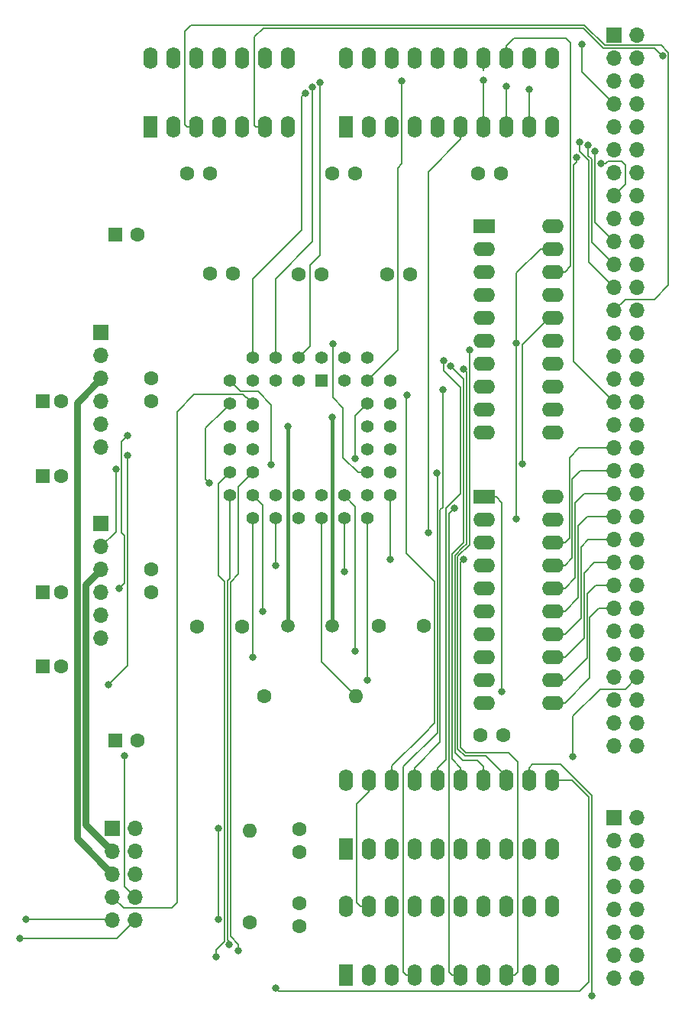
<source format=gbr>
G04 #@! TF.GenerationSoftware,KiCad,Pcbnew,(5.1.5-0-10_14)*
G04 #@! TF.CreationDate,2021-06-26T01:10:47+01:00*
G04 #@! TF.ProjectId,mc68681-basic,6d633638-3638-4312-9d62-617369632e6b,rev?*
G04 #@! TF.SameCoordinates,Original*
G04 #@! TF.FileFunction,Copper,L1,Top*
G04 #@! TF.FilePolarity,Positive*
%FSLAX46Y46*%
G04 Gerber Fmt 4.6, Leading zero omitted, Abs format (unit mm)*
G04 Created by KiCad (PCBNEW (5.1.5-0-10_14)) date 2021-06-26 01:10:47*
%MOMM*%
%LPD*%
G04 APERTURE LIST*
%ADD10C,1.600000*%
%ADD11R,1.600000X1.600000*%
%ADD12O,1.600000X2.400000*%
%ADD13R,1.600000X2.400000*%
%ADD14C,1.500000*%
%ADD15O,1.700000X1.700000*%
%ADD16R,1.700000X1.700000*%
%ADD17O,1.600000X1.600000*%
%ADD18C,1.422400*%
%ADD19R,1.422400X1.422400*%
%ADD20C,1.600200*%
%ADD21O,2.400000X1.600000*%
%ADD22R,2.400000X1.600000*%
%ADD23C,0.800000*%
%ADD24C,0.400000*%
%ADD25C,0.150000*%
%ADD26C,0.800000*%
G04 APERTURE END LIST*
D10*
X57098000Y-89460000D03*
D11*
X55098000Y-89460000D03*
D10*
X57098000Y-118828000D03*
D11*
X55098000Y-118828000D03*
D10*
X57098000Y-110620000D03*
D11*
X55098000Y-110620000D03*
D10*
X57098000Y-97690000D03*
D11*
X55098000Y-97690000D03*
D10*
X97350000Y-114340000D03*
X92350000Y-114340000D03*
X77160000Y-114360000D03*
X72160000Y-114360000D03*
D12*
X88700000Y-51430000D03*
X111560000Y-59050000D03*
X91240000Y-51430000D03*
X109020000Y-59050000D03*
X93780000Y-51430000D03*
X106480000Y-59050000D03*
X96320000Y-51430000D03*
X103940000Y-59050000D03*
X98860000Y-51430000D03*
X101400000Y-59050000D03*
X101400000Y-51430000D03*
X98860000Y-59050000D03*
X103940000Y-51430000D03*
X96320000Y-59050000D03*
X106480000Y-51430000D03*
X93780000Y-59050000D03*
X109020000Y-51430000D03*
X91240000Y-59050000D03*
X111560000Y-51430000D03*
D13*
X88700000Y-59050000D03*
D14*
X87150000Y-114340000D03*
X82270000Y-114340000D03*
D15*
X65360000Y-146890000D03*
X62820000Y-146890000D03*
X65360000Y-144350000D03*
X62820000Y-144350000D03*
X65360000Y-141810000D03*
X62820000Y-141810000D03*
X65360000Y-139270000D03*
X62820000Y-139270000D03*
X65360000Y-136730000D03*
D16*
X62820000Y-136730000D03*
D17*
X89800000Y-122120000D03*
D10*
X79640000Y-122120000D03*
D18*
X93610000Y-87156350D03*
X93610000Y-89696350D03*
X93610000Y-92236350D03*
X93610000Y-94776350D03*
X93610000Y-97316350D03*
X91070000Y-84616350D03*
X91070000Y-89696350D03*
X91070000Y-92236350D03*
X91070000Y-94776350D03*
X91070000Y-97316350D03*
X91070000Y-99856350D03*
X91070000Y-102396350D03*
X88530000Y-102396350D03*
X85990000Y-102396350D03*
X83450000Y-102396350D03*
X80910000Y-102396350D03*
X78370000Y-102396350D03*
X93610000Y-99856350D03*
X88530000Y-99856350D03*
X85990000Y-99856350D03*
X83450000Y-99856350D03*
X80910000Y-99856350D03*
X78370000Y-99856350D03*
X75830000Y-99856350D03*
X75830000Y-97316350D03*
X75830000Y-94776350D03*
X75830000Y-92236350D03*
X75830000Y-89696350D03*
X75830000Y-87156350D03*
X78370000Y-97316350D03*
X78370000Y-94776350D03*
X78370000Y-92236350D03*
X78370000Y-89696350D03*
X78370000Y-87156350D03*
X88530000Y-84616350D03*
X85990000Y-84616350D03*
X78370000Y-84616350D03*
X80910000Y-84616350D03*
X83450000Y-84616350D03*
X91070000Y-87156350D03*
X88530000Y-87156350D03*
X80910000Y-87156350D03*
X83450000Y-87156350D03*
D19*
X85990000Y-87156350D03*
D12*
X88700000Y-131380000D03*
X111560000Y-139000000D03*
X91240000Y-131380000D03*
X109020000Y-139000000D03*
X93780000Y-131380000D03*
X106480000Y-139000000D03*
X96320000Y-131380000D03*
X103940000Y-139000000D03*
X98860000Y-131380000D03*
X101400000Y-139000000D03*
X101400000Y-131380000D03*
X98860000Y-139000000D03*
X103940000Y-131380000D03*
X96320000Y-139000000D03*
X106480000Y-131380000D03*
X93780000Y-139000000D03*
X109020000Y-131380000D03*
X91240000Y-139000000D03*
X111560000Y-131380000D03*
D13*
X88700000Y-139000000D03*
D20*
X93235800Y-75355000D03*
X95775800Y-75355000D03*
X67100000Y-108080000D03*
X67100000Y-110620000D03*
X83450000Y-75355000D03*
X85990000Y-75355000D03*
X103644200Y-126450000D03*
X106184200Y-126450000D03*
X83500000Y-145044200D03*
X83500000Y-147584200D03*
X83500000Y-136815800D03*
X83500000Y-139355800D03*
X67100000Y-86920000D03*
X67100000Y-89460000D03*
X73664200Y-75280000D03*
X76204200Y-75280000D03*
X105904200Y-64175000D03*
X103364200Y-64175000D03*
X71060000Y-64175000D03*
X73600000Y-64175000D03*
X87212100Y-64175000D03*
X89752100Y-64175000D03*
D17*
X78025000Y-137015000D03*
D10*
X78025000Y-147175000D03*
D15*
X61550000Y-115700000D03*
X61550000Y-113160000D03*
X61550000Y-110620000D03*
X61550000Y-108080000D03*
X61550000Y-105540000D03*
D16*
X61550000Y-103000000D03*
D15*
X61550000Y-94540000D03*
X61550000Y-92000000D03*
X61550000Y-89460000D03*
X61550000Y-86920000D03*
X61550000Y-84380000D03*
D16*
X61550000Y-81840000D03*
D15*
X121000000Y-153380000D03*
X118460000Y-153380000D03*
X121000000Y-150840000D03*
X118460000Y-150840000D03*
X121000000Y-148300000D03*
X118460000Y-148300000D03*
X121000000Y-145760000D03*
X118460000Y-145760000D03*
X121000000Y-143220000D03*
X118460000Y-143220000D03*
X121000000Y-140680000D03*
X118460000Y-140680000D03*
X121000000Y-138140000D03*
X118460000Y-138140000D03*
X121000000Y-135600000D03*
D16*
X118460000Y-135600000D03*
D15*
X121000000Y-127640000D03*
X118460000Y-127640000D03*
X121000000Y-125100000D03*
X118460000Y-125100000D03*
X121000000Y-122560000D03*
X118460000Y-122560000D03*
X121000000Y-120020000D03*
X118460000Y-120020000D03*
X121000000Y-117480000D03*
X118460000Y-117480000D03*
X121000000Y-114940000D03*
X118460000Y-114940000D03*
X121000000Y-112400000D03*
X118460000Y-112400000D03*
X121000000Y-109860000D03*
X118460000Y-109860000D03*
X121000000Y-107320000D03*
X118460000Y-107320000D03*
X121000000Y-104780000D03*
X118460000Y-104780000D03*
X121000000Y-102240000D03*
X118460000Y-102240000D03*
X121000000Y-99700000D03*
X118460000Y-99700000D03*
X121000000Y-97160000D03*
X118460000Y-97160000D03*
X121000000Y-94620000D03*
X118460000Y-94620000D03*
X121000000Y-92080000D03*
X118460000Y-92080000D03*
X121000000Y-89540000D03*
X118460000Y-89540000D03*
X121000000Y-87000000D03*
X118460000Y-87000000D03*
X121000000Y-84460000D03*
X118460000Y-84460000D03*
X121000000Y-81920000D03*
X118460000Y-81920000D03*
X121000000Y-79380000D03*
X118460000Y-79380000D03*
X121000000Y-76840000D03*
X118460000Y-76840000D03*
X121000000Y-74300000D03*
X118460000Y-74300000D03*
X121000000Y-71760000D03*
X118460000Y-71760000D03*
X121000000Y-69220000D03*
X118460000Y-69220000D03*
X121000000Y-66680000D03*
X118460000Y-66680000D03*
X121000000Y-64140000D03*
X118460000Y-64140000D03*
X121000000Y-61600000D03*
X118460000Y-61600000D03*
X121000000Y-59060000D03*
X118460000Y-59060000D03*
X121000000Y-56520000D03*
X118460000Y-56520000D03*
X121000000Y-53980000D03*
X118460000Y-53980000D03*
X121000000Y-51440000D03*
X118460000Y-51440000D03*
X121000000Y-48900000D03*
D16*
X118460000Y-48900000D03*
D21*
X111620000Y-70000000D03*
X104000000Y-92860000D03*
X111620000Y-72540000D03*
X104000000Y-90320000D03*
X111620000Y-75080000D03*
X104000000Y-87780000D03*
X111620000Y-77620000D03*
X104000000Y-85240000D03*
X111620000Y-80160000D03*
X104000000Y-82700000D03*
X111620000Y-82700000D03*
X104000000Y-80160000D03*
X111620000Y-85240000D03*
X104000000Y-77620000D03*
X111620000Y-87780000D03*
X104000000Y-75080000D03*
X111620000Y-90320000D03*
X104000000Y-72540000D03*
X111620000Y-92860000D03*
D22*
X104000000Y-70000000D03*
D12*
X67000000Y-51430000D03*
X82240000Y-59050000D03*
X69540000Y-51430000D03*
X79700000Y-59050000D03*
X72080000Y-51430000D03*
X77160000Y-59050000D03*
X74620000Y-51430000D03*
X74620000Y-59050000D03*
X77160000Y-51430000D03*
X72080000Y-59050000D03*
X79700000Y-51430000D03*
X69540000Y-59050000D03*
X82240000Y-51430000D03*
D13*
X67000000Y-59050000D03*
D12*
X88700000Y-145380000D03*
X111560000Y-153000000D03*
X91240000Y-145380000D03*
X109020000Y-153000000D03*
X93780000Y-145380000D03*
X106480000Y-153000000D03*
X96320000Y-145380000D03*
X103940000Y-153000000D03*
X98860000Y-145380000D03*
X101400000Y-153000000D03*
X101400000Y-145380000D03*
X98860000Y-153000000D03*
X103940000Y-145380000D03*
X96320000Y-153000000D03*
X106480000Y-145380000D03*
X93780000Y-153000000D03*
X109020000Y-145380000D03*
X91240000Y-153000000D03*
X111560000Y-145380000D03*
D13*
X88700000Y-153000000D03*
D21*
X111620000Y-100000000D03*
X104000000Y-122860000D03*
X111620000Y-102540000D03*
X104000000Y-120320000D03*
X111620000Y-105080000D03*
X104000000Y-117780000D03*
X111620000Y-107620000D03*
X104000000Y-115240000D03*
X111620000Y-110160000D03*
X104000000Y-112700000D03*
X111620000Y-112700000D03*
X104000000Y-110160000D03*
X111620000Y-115240000D03*
X104000000Y-107620000D03*
X111620000Y-117780000D03*
X104000000Y-105080000D03*
X111620000Y-120320000D03*
X104000000Y-102540000D03*
X111620000Y-122860000D03*
D22*
X104000000Y-100000000D03*
D10*
X65592621Y-127000000D03*
D11*
X63092621Y-127000000D03*
D10*
X65592621Y-71000000D03*
D11*
X63092621Y-71000000D03*
D23*
X87170000Y-91190000D03*
X101738436Y-85905872D03*
X102410000Y-83730000D03*
X80910000Y-107620000D03*
X79470000Y-112690000D03*
X99554903Y-84926493D03*
X78390000Y-117780000D03*
X107572298Y-83022298D03*
X107550000Y-102500000D03*
X75790000Y-149590000D03*
X89700000Y-95740000D03*
X76790000Y-150325000D03*
X74290000Y-150980000D03*
X63199999Y-96970000D03*
X115975000Y-155325000D03*
X64500000Y-95450000D03*
X62397000Y-120794000D03*
X80875000Y-154424990D03*
X64525000Y-93225000D03*
X63588380Y-110202380D03*
X87240000Y-83040000D03*
X98810000Y-97340000D03*
X106000000Y-121575000D03*
X73530000Y-98460000D03*
X100747937Y-101267937D03*
X95470000Y-88767551D03*
X101750030Y-106970000D03*
X93630000Y-106970000D03*
X108222298Y-96387551D03*
X80430000Y-96460000D03*
X91080000Y-120330000D03*
X109020000Y-54875010D03*
X84190000Y-55270000D03*
X89740000Y-117070000D03*
X99460000Y-88120000D03*
X88540000Y-108270000D03*
X106480000Y-54550000D03*
X85006047Y-54625009D03*
X100320000Y-85545149D03*
X97820000Y-103960000D03*
X103930000Y-53900000D03*
X85844796Y-54127889D03*
X74584301Y-146790000D03*
X74570000Y-136730000D03*
X123800000Y-51125000D03*
X114583376Y-60700010D03*
X52560000Y-148910000D03*
X114850000Y-49890000D03*
X115536612Y-61050020D03*
X116300000Y-61725000D03*
X114275000Y-62375020D03*
X116950000Y-63125000D03*
X64170000Y-128730000D03*
X113890000Y-128810000D03*
X94920000Y-53974989D03*
X53200000Y-146860000D03*
X82310000Y-92230000D03*
D24*
X87150000Y-91210000D02*
X87170000Y-91190000D01*
X87150000Y-114340000D02*
X87150000Y-91210000D01*
D25*
X103940000Y-131380000D02*
X103940000Y-130099633D01*
X103940000Y-130099633D02*
X103940000Y-129915000D01*
X103940000Y-129915000D02*
X103225000Y-129200000D01*
X101625000Y-129200000D02*
X100775020Y-128350020D01*
X103225000Y-129200000D02*
X101625000Y-129200000D01*
X100775020Y-128350020D02*
X100775020Y-127700000D01*
X100775020Y-127700000D02*
X100775020Y-116400000D01*
X100775020Y-106515347D02*
X101690368Y-105600000D01*
X100775020Y-116400000D02*
X100775020Y-106515347D01*
X101690368Y-105600000D02*
X102074990Y-105215378D01*
X102074990Y-105215378D02*
X102074990Y-95875000D01*
X102074990Y-95875000D02*
X102074990Y-95859623D01*
X102074990Y-86242426D02*
X101738436Y-85905872D01*
X102074990Y-95875000D02*
X102074990Y-86242426D01*
X106480000Y-130980000D02*
X104225000Y-128725000D01*
X106480000Y-131380000D02*
X106480000Y-130980000D01*
X104225000Y-128725000D02*
X103025000Y-128725000D01*
X101875000Y-128725000D02*
X101100030Y-127950030D01*
X101100030Y-127950030D02*
X101100030Y-116265377D01*
X103025000Y-128725000D02*
X101875000Y-128725000D01*
X101100030Y-116265377D02*
X101100030Y-125525000D01*
X102410000Y-95715000D02*
X102400000Y-95725000D01*
X101100030Y-106649970D02*
X101100030Y-116265377D01*
X102410000Y-105340000D02*
X101100030Y-106649970D01*
X102410000Y-83730000D02*
X102410000Y-105340000D01*
X80910000Y-107620000D02*
X80910000Y-102396350D01*
X79470000Y-100956350D02*
X78370000Y-99856350D01*
X79470000Y-112690000D02*
X79470000Y-100956350D01*
X99799990Y-129090010D02*
X99799990Y-128884623D01*
X98860000Y-130030000D02*
X99799990Y-129090010D01*
X98860000Y-131380000D02*
X98860000Y-130030000D01*
X99799990Y-128884623D02*
X99799990Y-118399990D01*
X99799990Y-101296645D02*
X101424970Y-99671665D01*
X99799990Y-118399990D02*
X99799990Y-101296645D01*
X101424970Y-99671665D02*
X101424970Y-96400000D01*
X101424970Y-96400000D02*
X101424970Y-87894970D01*
X99554903Y-86024903D02*
X99554903Y-84926493D01*
X101424970Y-87894970D02*
X99554903Y-86024903D01*
X78370000Y-104320000D02*
X78370000Y-102396350D01*
X78370000Y-117760000D02*
X78390000Y-117780000D01*
X78370000Y-104320000D02*
X78370000Y-117760000D01*
X110270000Y-72540000D02*
X107572298Y-75237702D01*
X107572298Y-75237702D02*
X107572298Y-83022298D01*
X111620000Y-72540000D02*
X110270000Y-72540000D01*
X107572298Y-102477702D02*
X107550000Y-102500000D01*
X107572298Y-83022298D02*
X107572298Y-102477702D01*
X75790000Y-149380000D02*
X75790000Y-149590000D01*
X75559311Y-149149311D02*
X75790000Y-149380000D01*
X75559311Y-109333458D02*
X75559311Y-149149311D01*
X75830000Y-109062770D02*
X75559311Y-109333458D01*
X75830000Y-99856350D02*
X75830000Y-109062770D01*
X89700000Y-91066350D02*
X91070000Y-89696350D01*
X89700000Y-95740000D02*
X89700000Y-91066350D01*
X76790000Y-149627998D02*
X76790000Y-150325000D01*
X75884321Y-109468081D02*
X75884321Y-148722319D01*
X76791201Y-108561201D02*
X75884321Y-109468081D01*
X76791201Y-98895149D02*
X76791201Y-108561201D01*
X75884321Y-148722319D02*
X76790000Y-149627998D01*
X78370000Y-97316350D02*
X76791201Y-98895149D01*
X74290000Y-150192057D02*
X74290000Y-150980000D01*
X75234301Y-149247756D02*
X74290000Y-150192057D01*
X75830000Y-97316350D02*
X74560000Y-98586350D01*
X75234301Y-109374301D02*
X75234301Y-149247756D01*
X74560000Y-108700000D02*
X75234301Y-109374301D01*
X74560000Y-98586350D02*
X74560000Y-108700000D01*
X61550000Y-105540000D02*
X63199999Y-103890001D01*
X63199999Y-96970000D02*
X63199999Y-103890001D01*
X109020000Y-130030000D02*
X109020000Y-131380000D01*
X109400000Y-129650000D02*
X109020000Y-130030000D01*
X112509633Y-129650000D02*
X109400000Y-129650000D01*
X115975000Y-133115367D02*
X112509633Y-129650000D01*
X115975000Y-155325000D02*
X115975000Y-133115367D01*
X64500000Y-110210000D02*
X64500000Y-95450000D01*
X64500000Y-118691000D02*
X62397000Y-120794000D01*
X64500000Y-110210000D02*
X64500000Y-118691000D01*
X115649990Y-133249990D02*
X113780000Y-131380000D01*
X113780000Y-131380000D02*
X111560000Y-131380000D01*
X114600011Y-154824989D02*
X115649990Y-153775010D01*
X81274999Y-154824989D02*
X114600011Y-154824989D01*
X115649990Y-153775010D02*
X115649990Y-133249990D01*
X80875000Y-154424990D02*
X81274999Y-154824989D01*
X64174990Y-104300000D02*
X63849999Y-103975009D01*
X63849999Y-103975009D02*
X63849999Y-93900001D01*
X63849999Y-93900001D02*
X64525000Y-93225000D01*
X64174990Y-107995010D02*
X64174990Y-104300000D01*
X64174990Y-109615770D02*
X63588380Y-110202380D01*
X64174990Y-107995010D02*
X64174990Y-109615770D01*
X87240000Y-83040000D02*
X87240000Y-89000000D01*
X87240000Y-89000000D02*
X88400000Y-90160000D01*
X88400000Y-95652138D02*
X90064212Y-97316350D01*
X90064212Y-97316350D02*
X91070000Y-97316350D01*
X88400000Y-90160000D02*
X88400000Y-95652138D01*
X77658801Y-88985151D02*
X77616151Y-88985151D01*
X78370000Y-89696350D02*
X77658801Y-88985151D01*
X77296010Y-88665010D02*
X71873990Y-88665010D01*
X77616151Y-88985151D02*
X77296010Y-88665010D01*
X71873990Y-88665010D02*
X69965000Y-90574000D01*
X69965000Y-90574000D02*
X69965000Y-144956000D01*
X69965000Y-144956000D02*
X69361000Y-145560000D01*
X64030000Y-145560000D02*
X62820000Y-144350000D01*
X69361000Y-145560000D02*
X64030000Y-145560000D01*
X95370000Y-153000000D02*
X95050000Y-152680000D01*
X96320000Y-153000000D02*
X95370000Y-153000000D01*
X95050000Y-152680000D02*
X95050000Y-130375000D01*
X95050000Y-130375000D02*
X95050000Y-130150000D01*
X95050000Y-130150000D02*
X95050000Y-129925000D01*
X95050000Y-129925000D02*
X98824960Y-126150040D01*
X98824960Y-126150040D02*
X98824960Y-124350000D01*
X98824960Y-100850040D02*
X98825000Y-100850000D01*
X98824960Y-124350000D02*
X98824960Y-100850040D01*
X98824960Y-97354960D02*
X98810000Y-97340000D01*
X98824960Y-100850040D02*
X98824960Y-97354960D01*
X105350000Y-100000000D02*
X104000000Y-100000000D01*
X106000000Y-100650000D02*
X105350000Y-100000000D01*
X106000000Y-121575000D02*
X106000000Y-100650000D01*
X75118801Y-90407549D02*
X75830000Y-89696350D01*
X73130001Y-92396349D02*
X75118801Y-90407549D01*
X73130001Y-98060001D02*
X73130001Y-92396349D01*
X73530000Y-98460000D02*
X73130001Y-98060001D01*
X100450000Y-153000000D02*
X101400000Y-153000000D01*
X100125000Y-152675000D02*
X100450000Y-153000000D01*
X100125000Y-104400000D02*
X100125000Y-152675000D01*
X100125000Y-104400000D02*
X100125000Y-104124990D01*
X100125000Y-101890874D02*
X100747937Y-101267937D01*
X100125000Y-104124990D02*
X100125000Y-101890874D01*
X93780000Y-131380000D02*
X93780000Y-130030000D01*
X93780000Y-130030000D02*
X93780000Y-129870000D01*
X93780000Y-129870000D02*
X93780000Y-129820000D01*
X93780000Y-129820000D02*
X97300000Y-126300000D01*
X97300000Y-126300000D02*
X98499950Y-125100050D01*
X98499950Y-109389950D02*
X95390000Y-106280000D01*
X98499950Y-125100050D02*
X98499950Y-109389950D01*
X95390000Y-88847551D02*
X95470000Y-88767551D01*
X95390000Y-106280000D02*
X95390000Y-88847551D01*
X107430000Y-153000000D02*
X107775000Y-152655000D01*
X106749990Y-128399990D02*
X102009622Y-128399990D01*
X102009622Y-128399990D02*
X101425040Y-127815408D01*
X107775000Y-152655000D02*
X107775000Y-129425000D01*
X107775000Y-129425000D02*
X106749990Y-128399990D01*
X106480000Y-153000000D02*
X107430000Y-153000000D01*
X101425040Y-127815408D02*
X101425040Y-107299960D01*
X101425040Y-107294990D02*
X101750030Y-106970000D01*
X101425040Y-107299960D02*
X101425040Y-107294990D01*
X93630000Y-99876350D02*
X93610000Y-99856350D01*
X93630000Y-106970000D02*
X93630000Y-99876350D01*
X111220000Y-80160000D02*
X108225000Y-83155000D01*
X111620000Y-80160000D02*
X111220000Y-80160000D01*
X108225000Y-83155000D02*
X108225000Y-95947298D01*
X108225000Y-95947298D02*
X108222298Y-95950000D01*
X108225000Y-96384849D02*
X108222298Y-96387551D01*
X108225000Y-95947298D02*
X108225000Y-96384849D01*
X80430000Y-96460000D02*
X80430000Y-89810000D01*
X80430000Y-89810000D02*
X78960000Y-88340000D01*
X77013650Y-88340000D02*
X75830000Y-87156350D01*
X78960000Y-88340000D02*
X77013650Y-88340000D01*
X91080000Y-102406350D02*
X91070000Y-102396350D01*
X91080000Y-120330000D02*
X91080000Y-102406350D01*
X109020000Y-54875010D02*
X109020000Y-59050000D01*
X83790001Y-55669999D02*
X83790001Y-70489999D01*
X84190000Y-55270000D02*
X83790001Y-55669999D01*
X78370000Y-75910000D02*
X78370000Y-84616350D01*
X83790001Y-70489999D02*
X78370000Y-75910000D01*
X89740000Y-101066350D02*
X88530000Y-99856350D01*
X89740000Y-117070000D02*
X89740000Y-101066350D01*
X96320000Y-130030000D02*
X99149970Y-127200030D01*
X96320000Y-131380000D02*
X96320000Y-130030000D01*
X99149970Y-127200030D02*
X99149970Y-118130744D01*
X99149970Y-101487032D02*
X99475001Y-101162001D01*
X99475001Y-101162001D02*
X99475001Y-100537999D01*
X99149970Y-118130744D02*
X99149970Y-101487032D01*
X99475001Y-88205001D02*
X99380000Y-88110000D01*
X99475001Y-100537999D02*
X99475001Y-88205001D01*
X88540000Y-102406350D02*
X88530000Y-102396350D01*
X88540000Y-108270000D02*
X88540000Y-102406350D01*
X106480000Y-54550000D02*
X106480000Y-59050000D01*
X85006047Y-54625009D02*
X85006047Y-71743953D01*
X80910000Y-75840000D02*
X80910000Y-84616350D01*
X85006047Y-71743953D02*
X80910000Y-75840000D01*
X101400000Y-130030000D02*
X100450010Y-129080010D01*
X101400000Y-131380000D02*
X101400000Y-130030000D01*
X100450010Y-129080010D02*
X100450010Y-128884623D01*
X100450010Y-128884623D02*
X100450010Y-112074990D01*
X100450010Y-106380724D02*
X100755735Y-106075000D01*
X100450010Y-112074990D02*
X100450010Y-106380724D01*
X100755735Y-106075000D02*
X101705736Y-105125000D01*
X101705736Y-105125000D02*
X101749980Y-105080756D01*
X101749980Y-105080756D02*
X101749980Y-96075000D01*
X101749980Y-96075000D02*
X101749980Y-96009623D01*
X101749980Y-96009623D02*
X101749980Y-88050000D01*
X101749980Y-86975129D02*
X100320000Y-85545149D01*
X101749980Y-88050000D02*
X101749980Y-86975129D01*
X101400000Y-60400000D02*
X101400000Y-59050000D01*
X97809990Y-63990010D02*
X101400000Y-60400000D01*
X97809990Y-103949990D02*
X97809990Y-63990010D01*
X97820000Y-103960000D02*
X97809990Y-103949990D01*
X85990000Y-118310000D02*
X89800000Y-122120000D01*
X85990000Y-102396350D02*
X85990000Y-118310000D01*
X104600000Y-58390000D02*
X103940000Y-59050000D01*
X103930000Y-59040000D02*
X103940000Y-59050000D01*
X103930000Y-53900000D02*
X103930000Y-59040000D01*
X84161199Y-83905151D02*
X83450000Y-84616350D01*
X84710000Y-83356350D02*
X84161199Y-83905151D01*
X84710000Y-74370000D02*
X84710000Y-83356350D01*
X85844796Y-73235204D02*
X84710000Y-74370000D01*
X85844796Y-54127889D02*
X85844796Y-73235204D01*
X116700000Y-112400000D02*
X118460000Y-112400000D01*
X115750060Y-120079940D02*
X115750060Y-113349940D01*
X112970000Y-122860000D02*
X115750060Y-120079940D01*
X115750060Y-113349940D02*
X116700000Y-112400000D01*
X111620000Y-122860000D02*
X112970000Y-122860000D01*
X115425050Y-110799950D02*
X116365000Y-109860000D01*
X115425050Y-117864950D02*
X115425050Y-110799950D01*
X116365000Y-109860000D02*
X118460000Y-109860000D01*
X112970000Y-120320000D02*
X115425050Y-117864950D01*
X111620000Y-120320000D02*
X112970000Y-120320000D01*
X112970000Y-117780000D02*
X115100040Y-115649960D01*
X111620000Y-117780000D02*
X112970000Y-117780000D01*
X115100040Y-115649960D02*
X115100040Y-108474960D01*
X116255000Y-107320000D02*
X118460000Y-107320000D01*
X115100040Y-108474960D02*
X116255000Y-107320000D01*
X115570000Y-104780000D02*
X118460000Y-104780000D01*
X114775030Y-105574970D02*
X115570000Y-104780000D01*
X114775030Y-113434970D02*
X114775030Y-105574970D01*
X112970000Y-115240000D02*
X114775030Y-113434970D01*
X111620000Y-115240000D02*
X112970000Y-115240000D01*
X115460000Y-102240000D02*
X118460000Y-102240000D01*
X114450030Y-104978869D02*
X114450030Y-103249970D01*
X114450030Y-103249970D02*
X115460000Y-102240000D01*
X114450020Y-111219980D02*
X114450020Y-104978879D01*
X114450020Y-104978879D02*
X114450030Y-104978869D01*
X112970000Y-112700000D02*
X114450020Y-111219980D01*
X111620000Y-112700000D02*
X112970000Y-112700000D01*
X112970000Y-110160000D02*
X114125010Y-109004990D01*
X111620000Y-110160000D02*
X112970000Y-110160000D01*
X114125010Y-104844256D02*
X114125020Y-104844246D01*
X114125010Y-109004990D02*
X114125010Y-104844256D01*
X114125020Y-104844246D02*
X114125020Y-100674980D01*
X115100000Y-99700000D02*
X118460000Y-99700000D01*
X114125020Y-100674980D02*
X115100000Y-99700000D01*
X112970000Y-107620000D02*
X113800000Y-106790000D01*
X111620000Y-107620000D02*
X112970000Y-107620000D01*
X113800000Y-104709633D02*
X113800010Y-104709623D01*
X113800000Y-106790000D02*
X113800000Y-104709633D01*
X113800010Y-104709623D02*
X113800010Y-98074990D01*
X114715000Y-97160000D02*
X118460000Y-97160000D01*
X113800010Y-98074990D02*
X114715000Y-97160000D01*
X112970000Y-105080000D02*
X113475000Y-104575000D01*
X111620000Y-105080000D02*
X112970000Y-105080000D01*
X113475000Y-104575000D02*
X113475000Y-95700000D01*
X114555000Y-94620000D02*
X118460000Y-94620000D01*
X113475000Y-95700000D02*
X114555000Y-94620000D01*
X91240000Y-132730000D02*
X89900000Y-134070000D01*
X91240000Y-131380000D02*
X91240000Y-132730000D01*
X90290000Y-145380000D02*
X91240000Y-145380000D01*
X89900000Y-144990000D02*
X90290000Y-145380000D01*
X89900000Y-134070000D02*
X89900000Y-144990000D01*
X74584301Y-136744301D02*
X74570000Y-136730000D01*
X74584301Y-146790000D02*
X74584301Y-136744301D01*
X78550000Y-49075000D02*
X79549990Y-48075010D01*
X78750000Y-59050000D02*
X78550000Y-58850000D01*
X78550000Y-58850000D02*
X78550000Y-49125000D01*
X78550000Y-49125000D02*
X78550000Y-49075000D01*
X81775000Y-48075010D02*
X115025376Y-48075010D01*
X79549990Y-48075010D02*
X81775000Y-48075010D01*
X115025376Y-48075010D02*
X117275376Y-50325011D01*
X79700000Y-59050000D02*
X78750000Y-59050000D01*
X122925011Y-50325011D02*
X123725000Y-51125000D01*
X117275376Y-50325011D02*
X122925011Y-50325011D01*
X119715000Y-78125000D02*
X118460000Y-79380000D01*
X71550000Y-47750000D02*
X115159998Y-47750000D01*
X122900000Y-78125000D02*
X119715000Y-78125000D01*
X123637003Y-50000001D02*
X124450001Y-50812999D01*
X124450001Y-76574999D02*
X122900000Y-78125000D01*
X117409999Y-50000001D02*
X123637003Y-50000001D01*
X115159998Y-47750000D02*
X117409999Y-50000001D01*
X124450001Y-50812999D02*
X124450001Y-76574999D01*
X71130000Y-59050000D02*
X70850000Y-58770000D01*
X70850000Y-58770000D02*
X70850000Y-48450000D01*
X70850000Y-48450000D02*
X71550000Y-47750000D01*
X72080000Y-59050000D02*
X71130000Y-59050000D01*
X112970000Y-75080000D02*
X113625000Y-74425000D01*
X111620000Y-75080000D02*
X112970000Y-75080000D01*
X113625000Y-74425000D02*
X113625000Y-49725000D01*
X113625000Y-49725000D02*
X113125000Y-49225000D01*
X107335000Y-49225000D02*
X106480000Y-50080000D01*
X106480000Y-50080000D02*
X106480000Y-51430000D01*
X113125000Y-49225000D02*
X107335000Y-49225000D01*
X115649980Y-74029980D02*
X118460000Y-76840000D01*
X114583376Y-61718019D02*
X115649980Y-62784623D01*
X115649980Y-62784623D02*
X115649980Y-74029980D01*
X114583376Y-60700010D02*
X114583376Y-61718019D01*
X63340000Y-148910000D02*
X52560000Y-148910000D01*
X65360000Y-146890000D02*
X63340000Y-148910000D01*
X114850000Y-52910000D02*
X118460000Y-56520000D01*
X114850000Y-49890000D02*
X114850000Y-52910000D01*
X115974990Y-71814990D02*
X118460000Y-74300000D01*
X115561622Y-62211622D02*
X115974990Y-62624990D01*
X115974990Y-62624990D02*
X115974990Y-71814990D01*
X115536612Y-62211622D02*
X115561622Y-62211622D01*
X115536612Y-61050020D02*
X115536612Y-62211622D01*
X116300000Y-69600000D02*
X118460000Y-71760000D01*
X116300000Y-61725000D02*
X116300000Y-69600000D01*
X113950010Y-85030010D02*
X118460000Y-89540000D01*
X113950010Y-63265695D02*
X113950010Y-85030010D01*
X114275000Y-62940705D02*
X113950010Y-63265695D01*
X114275000Y-62375020D02*
X114275000Y-62940705D01*
X117515685Y-63125000D02*
X117765685Y-62875000D01*
X116950000Y-63125000D02*
X117515685Y-63125000D01*
X117765685Y-62875000D02*
X119300000Y-62875000D01*
X119300000Y-62875000D02*
X119725000Y-63300000D01*
X119725000Y-65415000D02*
X118460000Y-66680000D01*
X119725000Y-63300000D02*
X119725000Y-65415000D01*
X64170000Y-143160000D02*
X65360000Y-144350000D01*
X64170000Y-128730000D02*
X64170000Y-143160000D01*
X121000000Y-120020000D02*
X119710000Y-121310000D01*
X119710000Y-121310000D02*
X116890000Y-121310000D01*
X113890000Y-124310000D02*
X113890000Y-128810000D01*
X116890000Y-121310000D02*
X113890000Y-124310000D01*
D26*
X58874990Y-89595010D02*
X61550000Y-86920000D01*
X58874990Y-137864990D02*
X62820000Y-141810000D01*
X58874990Y-89595010D02*
X58874990Y-137864990D01*
X59850000Y-109780000D02*
X61550000Y-108080000D01*
X59850000Y-136300000D02*
X62820000Y-139270000D01*
X59850000Y-109780000D02*
X59850000Y-136300000D01*
D25*
X91070000Y-87156350D02*
X94450000Y-83776350D01*
X94450000Y-83776350D02*
X94450000Y-63590000D01*
X94920000Y-63120000D02*
X94920000Y-53974989D01*
X94450000Y-63590000D02*
X94920000Y-63120000D01*
X103940000Y-52780000D02*
X103950000Y-52790000D01*
X103940000Y-51430000D02*
X103940000Y-52780000D01*
X62790000Y-146860000D02*
X62820000Y-146890000D01*
X53200000Y-146860000D02*
X62790000Y-146860000D01*
D24*
X82270000Y-92270000D02*
X82310000Y-92230000D01*
X82270000Y-114340000D02*
X82270000Y-92270000D01*
M02*

</source>
